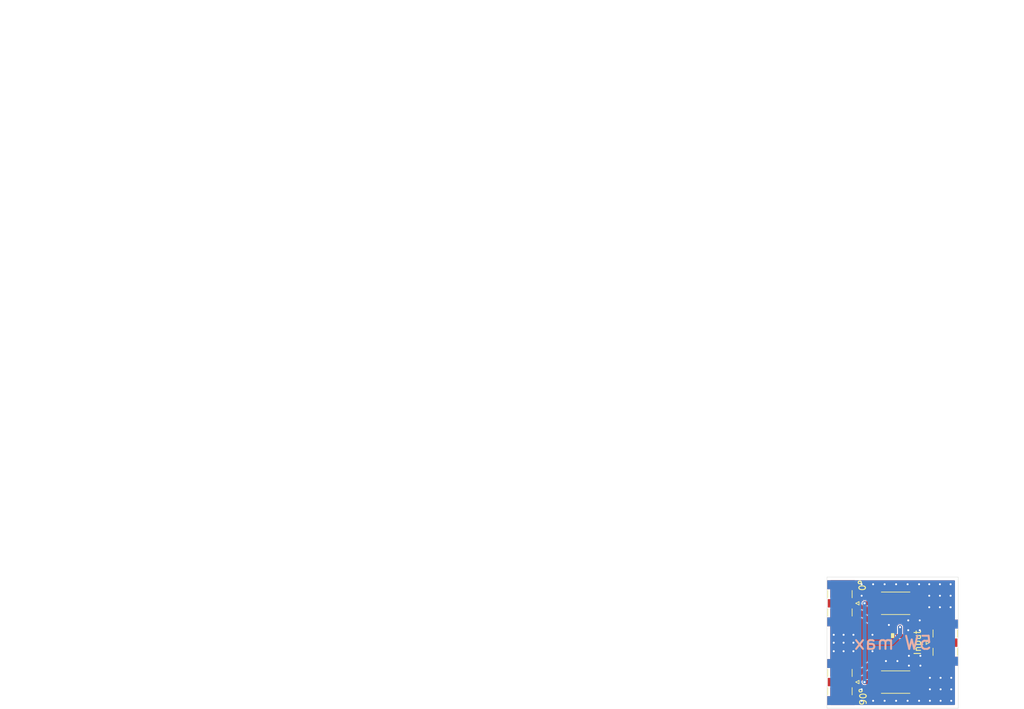
<source format=kicad_pcb>
(kicad_pcb (version 20240108) (generator "pcbnew") (generator_version "8.0")
  (layers (0 "F.Cu" signal) (31 "B.Cu" signal) (34 "B.Paste" user) (35 "F.Paste" user) (36 "B.SilkS" user "B.Silkscreen") (37 "F.SilkS" user "F.Silkscreen") (38 "B.Mask" user) (39 "F.Mask" user) (44 "Edge.Cuts" user))
  (net 0 "")
  (net 1 "GND")
  (net 2 "Net-(J0-In)")
  (net 3 "Net-(J90-In)")
  (net 4 "Net-(Ji1-In)")
  (net 5 "Net-(U1-50_OHM)")
  (footprint "Connector_Coaxial:SMA_Samtec_SMA-J-P-X-ST-EM1_EdgeMount" (layer "F.Cu") (at 128.0925 103.6 -90)
    (property "Reference" "90º" (at 2.26 -3.3975 90) (layer "F.SilkS"))
    (property "Value" "Conn_Coaxial_Small" (hide yes))
    (fp_line (start -1.95 2) (end -0.84 2) (stroke (width 0.12)) (layer "F.SilkS"))
    (fp_line (start 0.84 2) (end 1.95 2) (stroke (width 0.12)) (layer "F.SilkS"))
    (fp_line (start -1.95 -1.71) (end -0.84 -1.71) (stroke (width 0.12)) (layer "F.SilkS"))
    (fp_line (start 0.84 -1.71) (end 1.95 -1.71) (stroke (width 0.12)) (layer "F.SilkS"))
    (fp_line (start 0 -2.26) (end 0.25 -2.76) (stroke (width 0.12)) (layer "F.SilkS"))
    (fp_line (start -0.25 -2.76) (end 0 -2.26) (stroke (width 0.12)) (layer "F.SilkS"))
    (fp_line (start 0.25 -2.76) (end -0.25 -2.76) (stroke (width 0.12)) (layer "F.SilkS"))
    (pad "1" smd rect (at 0 0.2 270) (size 1.27 3.6) (layers "F.Cu" "F.Paste" "F.Mask") (net 3 "Net-(J90-In)"))
    (pad "2" smd rect (at -2.825 0 270) (size 1.35 4.2) (layers "F.Cu" "F.Paste" "F.Mask") (net 1 "GND"))
    (pad "2" smd rect (at -2.825 0 270) (size 1.35 4.2) (layers "B.Cu" "B.Paste" "B.Mask") (net 1 "GND"))
    (pad "2" smd rect (at 2.825 0 270) (size 1.35 4.2) (layers "F.Cu" "F.Paste" "F.Mask") (net 1 "GND"))
    (pad "2" smd rect (at 2.825 0 270) (size 1.35 4.2) (layers "B.Cu" "B.Paste" "B.Mask") (net 1 "GND"))
  )
  (footprint "Qcn3Antenna:QCN3" (layer "F.Cu") (at 136.97 97.6 90)
    (property "Reference" "U1" (hide yes))
    (property "Value" "QCN3" (hide yes))
    (fp_rect (start 0.75 -1.2) (end 1.4 -0.8) (stroke (width 0.1)) (fill solid) (layer "F.SilkS"))
    (pad "1" smd roundrect (at -0.98 0.05 90) (size 0.61 1.07) (layers "F.Cu" "F.Paste" "F.Mask") (roundrect_rratio 0.01) (net 4 "Net-(Ji1-In)"))
    (pad "2" smd roundrect (at 0.01 0.05 90) (size 0.61 1.07) (layers "F.Cu" "F.Paste" "F.Mask") (roundrect_rratio 0.01) (net 1 "GND"))
    (pad "3" smd roundrect (at 1 0.05 90) (size 0.61 1.07) (layers "F.Cu" "F.Paste" "F.Mask") (roundrect_rratio 0.01) (net 5 "Net-(U1-50_OHM)"))
    (pad "4" smd roundrect (at 0.98 -2 90) (size 0.61 1.07) (layers "F.Cu" "F.Paste" "F.Mask") (roundrect_rratio 0.01) (net 2 "Net-(J0-In)"))
    (pad "5" smd roundrect (at -0.01 -2 90) (size 0.61 1.07) (layers "F.Cu" "F.Paste" "F.Mask") (roundrect_rratio 0.01) (net 1 "GND"))
    (pad "6" smd roundrect (at -1 -2 90) (size 0.61 1.07) (layers "F.Cu" "F.Paste" "F.Mask") (roundrect_rratio 0.01) (net 3 "Net-(J90-In)"))
  )
  (footprint "Resistor_SMD:R_2512_6332Metric_Pad1.40x3.35mm_HandSolder" (layer "F.Cu") (at 136.43 103.6)
    (property "Reference" "R2" (hide yes))
    (property "Value" "100" (hide yes))
    (fp_line (start -2.177064 -1.71) (end 2.177064 -1.71) (stroke (width 0.12)) (layer "F.SilkS"))
    (fp_line (start -2.177064 1.71) (end 2.177064 1.71) (stroke (width 0.12)) (layer "F.SilkS"))
    (pad "1" smd roundrect (at -3.05 0) (size 1.4 3.35) (layers "F.Cu" "F.Paste" "F.Mask") (roundrect_rratio 0.178571) (net 5 "Net-(U1-50_OHM)"))
    (pad "2" smd roundrect (at 3.05 0) (size 1.4 3.35) (layers "F.Cu" "F.Paste" "F.Mask") (roundrect_rratio 0.178571) (net 1 "GND"))
  )
  (footprint "Connector_Coaxial:SMA_Samtec_SMA-J-P-X-ST-EM1_EdgeMount" (layer "F.Cu") (at 143.8375 97.6 90)
    (property "Reference" "Input" (at 0 -4.0675 -90) (layer "F.SilkS"))
    (property "Value" "Conn_Coaxial_Small" (hide yes))
    (fp_line (start 0.25 -2.76) (end -0.25 -2.76) (stroke (width 0.12)) (layer "F.SilkS"))
    (fp_line (start -0.25 -2.76) (end 0 -2.26) (stroke (width 0.12)) (layer "F.SilkS"))
    (fp_line (start 0 -2.26) (end 0.25 -2.76) (stroke (width 0.12)) (layer "F.SilkS"))
    (fp_line (start 0.84 -1.71) (end 1.95 -1.71) (stroke (width 0.12)) (layer "F.SilkS"))
    (fp_line (start -1.95 -1.71) (end -0.84 -1.71) (stroke (width 0.12)) (layer "F.SilkS"))
    (fp_line (start 0.84 2) (end 1.95 2) (stroke (width 0.12)) (layer "F.SilkS"))
    (fp_line (start -1.95 2) (end -0.84 2) (stroke (width 0.12)) (layer "F.SilkS"))
    (pad "1" smd rect (at 0 0.2 90) (size 1.27 3.6) (layers "F.Cu" "F.Paste" "F.Mask") (net 4 "Net-(Ji1-In)"))
    (pad "2" smd rect (at -2.825 0 90) (size 1.35 4.2) (layers "F.Cu" "F.Paste" "F.Mask") (net 1 "GND"))
    (pad "2" smd rect (at -2.825 0 90) (size 1.35 4.2) (layers "B.Cu" "B.Paste" "B.Mask") (net 1 "GND"))
    (pad "2" smd rect (at 2.825 0 90) (size 1.35 4.2) (layers "F.Cu" "F.Paste" "F.Mask") (net 1 "GND"))
    (pad "2" smd rect (at 2.825 0 90) (size 1.35 4.2) (layers "B.Cu" "B.Paste" "B.Mask") (net 1 "GND"))
  )
  (footprint "Connector_Coaxial:SMA_Samtec_SMA-J-P-X-ST-EM1_EdgeMount" (layer "F.Cu") (at 128.0925 91.6 -90)
    (property "Reference" "0º" (at -2.7 -3.2775 90) (layer "F.SilkS"))
    (property "Value" "Conn_Coaxial_Small" (hide yes))
    (fp_line (start -1.95 2) (end -0.84 2) (stroke (width 0.12)) (layer "F.SilkS"))
    (fp_line (start 0.84 2) (end 1.95 2) (stroke (width 0.12)) (layer "F.SilkS"))
    (fp_line (start -1.95 -1.71) (end -0.84 -1.71) (stroke (width 0.12)) (layer "F.SilkS"))
    (fp_line (start 0.84 -1.71) (end 1.95 -1.71) (stroke (width 0.12)) (layer "F.SilkS"))
    (fp_line (start 0 -2.26) (end 0.25 -2.76) (stroke (width 0.12)) (layer "F.SilkS"))
    (fp_line (start -0.25 -2.76) (end 0 -2.26) (stroke (width 0.12)) (layer "F.SilkS"))
    (fp_line (start 0.25 -2.76) (end -0.25 -2.76) (stroke (width 0.12)) (layer "F.SilkS"))
    (pad "1" smd rect (at 0 0.2 270) (size 1.27 3.6) (layers "F.Cu" "F.Paste" "F.Mask") (net 2 "Net-(J0-In)"))
    (pad "2" smd rect (at -2.825 0 270) (size 1.35 4.2) (layers "F.Cu" "F.Paste" "F.Mask") (net 1 "GND"))
    (pad "2" smd rect (at -2.825 0 270) (size 1.35 4.2) (layers "B.Cu" "B.Paste" "B.Mask") (net 1 "GND"))
    (pad "2" smd rect (at 2.825 0 270) (size 1.35 4.2) (layers "F.Cu" "F.Paste" "F.Mask") (net 1 "GND"))
    (pad "2" smd rect (at 2.825 0 270) (size 1.35 4.2) (layers "B.Cu" "B.Paste" "B.Mask") (net 1 "GND"))
  )
  (footprint "Resistor_SMD:R_2512_6332Metric_Pad1.40x3.35mm_HandSolder" (layer "F.Cu") (at 136.43 91.6)
    (property "Reference" "R1" (hide yes))
    (property "Value" "100" (hide yes))
    (fp_line (start -2.177064 -1.71) (end 2.177064 -1.71) (stroke (width 0.12)) (layer "F.SilkS"))
    (fp_line (start -2.177064 1.71) (end 2.177064 1.71) (stroke (width 0.12)) (layer "F.SilkS"))
    (pad "1" smd roundrect (at -3.05 0) (size 1.4 3.35) (layers "F.Cu" "F.Paste" "F.Mask") (roundrect_rratio 0.178571) (net 5 "Net-(U1-50_OHM)"))
    (pad "2" smd roundrect (at 3.05 0) (size 1.4 3.35) (layers "F.Cu" "F.Paste" "F.Mask") (roundrect_rratio 0.178571) (net 1 "GND"))
  )
  (gr_rect (start 125.97 87.6) (end 145.97 107.6) (stroke (width 0.05)) (fill none) (layer "Edge.Cuts"))
  (gr_text "5W max" (at 142.124763 98.8035 0) (layer "B.SilkS") (effects (font (size 2 2) (thickness 0.3)) (justify left bottom mirror)))
  (via (at 128.5 98.9) (size 0.6) (drill 0.3) (layers "F.Cu" "B.Cu") (net 1))
  (via (at 140.2 99.6) (size 0.6) (drill 0.3) (layers "F.Cu" "B.Cu") (net 1))
  (via (at 143.175 88.7) (size 0.6) (drill 0.3) (layers "F.Cu" "B.Cu") (net 1))
  (via (at 132.9 96.4) (size 0.6) (drill 0.3) (layers "F.Cu" "B.Cu") (net 1))
  (via (at 130 98.9) (size 0.6) (drill 0.3) (layers "F.Cu" "B.Cu") (net 1))
  (via (at 134.75 106.453137) (size 0.6) (drill 0.3) (layers "F.Cu" "B.Cu") (net 1))
  (via (at 127 98.9) (size 0.6) (drill 0.3) (layers "F.Cu" "B.Cu") (net 1))
  (via (at 138.45 101.1) (size 0.6) (drill 0.3) (layers "F.Cu" "B.Cu") (net 1))
  (via (at 141.65 104.703137) (size 0.6) (drill 0.3) (layers "F.Cu" "B.Cu") (net 1))
  (via (at 144.8 88.7) (size 0.6) (drill 0.3) (layers "F.Cu" "B.Cu") (net 1))
  (via (at 144.9 106.453137) (size 0.6) (drill 0.3) (layers "F.Cu" "B.Cu") (net 1))
  (via (at 138.35 94.203137) (size 0.6) (drill 0.3) (layers "F.Cu" "B.Cu") (net 1))
  (via (at 128.5 96.4) (size 0.6) (drill 0.3) (layers "F.Cu" "B.Cu") (net 1))
  (via (at 136.5 88.7) (size 0.6) (drill 0.3) (layers "F.Cu" "B.Cu") (net 1))
  (via (at 143.275 106.453137) (size 0.6) (drill 0.3) (layers "F.Cu" "B.Cu") (net 1))
  (via (at 130 97.603137) (size 0.6) (drill 0.3) (layers "F.Cu" "B.Cu") (net 1))
  (via (at 128.5 97.603137) (size 0.6) (drill 0.3) (layers "F.Cu" "B.Cu") (net 1))
  (via (at 140.1 94.203137) (size 0.6) (drill 0.3) (layers "F.Cu" "B.Cu") (net 1))
  (via (at 143.175 90.45) (size 0.6) (drill 0.3) (layers "F.Cu" "B.Cu") (net 1))
  (via (at 134.95 100.4) (size 0.6) (drill 0.3) (layers "F.Cu" "B.Cu") (net 1))
  (via (at 141.55 88.7) (size 0.6) (drill 0.3) (layers "F.Cu" "B.Cu") (net 1))
  (via (at 140.2 101.1) (size 0.6) (drill 0.3) (layers "F.Cu" "B.Cu") (net 1))
  (via (at 127 97.603137) (size 0.6) (drill 0.3) (layers "F.Cu" "B.Cu") (net 1))
  (via (at 138.35 95.7) (size 0.6) (drill 0.3) (layers "F.Cu" "B.Cu") (net 1))
  (via (at 144.9 104.703137) (size 0.6) (drill 0.3) (layers "F.Cu" "B.Cu") (net 1))
  (via (at 131.25 88.7) (size 0.6) (drill 0.3) (layers "F.Cu" "B.Cu") (net 1))
  (via (at 143.275 102.953137) (size 0.6) (drill 0.3) (layers "F.Cu" "B.Cu") (net 1))
  (via (at 130 96.4) (size 0.6) (drill 0.3) (layers "F.Cu" "B.Cu") (net 1))
  (via (at 138.25 106.453137) (size 0.6) (drill 0.3) (layers "F.Cu" "B.Cu") (net 1))
  (via (at 127 96.4) (size 0.6) (drill 0.3) (layers "F.Cu" "B.Cu") (net 1))
  (via (at 140.1 95.7) (size 0.6) (drill 0.3) (layers "F.Cu" "B.Cu") (net 1))
  (via (at 134.75 88.7) (size 0.6) (drill 0.3) (layers "F.Cu" "B.Cu") (net 1))
  (via (at 131.25 90.45) (size 0.6) (drill 0.3) (layers "F.Cu" "B.Cu") (net 1))
  (via (at 131.25 106.453137) (size 0.6) (drill 0.3) (layers "F.Cu" "B.Cu") (net 1))
  (via (at 138.25 88.7) (size 0.6) (drill 0.3) (layers "F.Cu" "B.Cu") (net 1))
  (via (at 132.9 98.9) (size 0.6) (drill 0.3) (layers "F.Cu" "B.Cu") (net 1))
  (via (at 143.275 104.703137) (size 0.6) (drill 0.3) (layers "F.Cu" "B.Cu") (net 1))
  (via (at 141.55 90.45) (size 0.6) (drill 0.3) (layers "F.Cu" "B.Cu") (net 1))
  (via (at 141.65 102.953137) (size 0.6) (drill 0.3) (layers "F.Cu" "B.Cu") (net 1))
  (via (at 144.9 102.953137) (size 0.6) (drill 0.3) (layers "F.Cu" "B.Cu") (net 1))
  (via (at 131.25 104.703137) (size 0.6) (drill 0.3) (layers "F.Cu" "B.Cu") (net 1))
  (via (at 138.45 99.6) (size 0.6) (drill 0.3) (layers "F.Cu" "B.Cu") (net 1))
  (via (at 140 88.7) (size 0.6) (drill 0.3) (layers "F.Cu" "B.Cu") (net 1))
  (via (at 141.65 106.453137) (size 0.6) (drill 0.3) (layers "F.Cu" "B.Cu") (net 1))
  (via (at 143.175 92.2) (size 0.6) (drill 0.3) (layers "F.Cu" "B.Cu") (net 1))
  (via (at 144.8 90.45) (size 0.6) (drill 0.3) (layers "F.Cu" "B.Cu") (net 1))
  (via (at 136.7 100.4) (size 0.6) (drill 0.3) (layers "F.Cu" "B.Cu") (net 1))
  (via (at 140 106.453137) (size 0.6) (drill 0.3) (layers "F.Cu" "B.Cu") (net 1))
  (via (at 141.55 92.2) (size 0.6) (drill 0.3) (layers "F.Cu" "B.Cu") (net 1))
  (via (at 135.4 94.9) (size 0.6) (drill 0.3) (layers "F.Cu" "B.Cu") (net 1))
  (via (at 133 88.7) (size 0.6) (drill 0.3) (layers "F.Cu" "B.Cu") (net 1))
  (via (at 136.5 106.453137) (size 0.6) (drill 0.3) (layers "F.Cu" "B.Cu") (net 1))
  (via (at 133 106.453137) (size 0.6) (drill 0.3) (layers "F.Cu" "B.Cu") (net 1))
  (via (at 144.8 92.2) (size 0.6) (drill 0.3) (layers "F.Cu" "B.Cu") (net 1))
  (segment (start 129.7 91.6) (end 127.8925 91.6) (width 0.7) (layer "F.Cu") (net 2))
  (segment (start 127.8725 91.71) (end 129.0375 91.71) (width 0.7) (layer "F.Cu") (net 2))
  (segment (start 134.7 96.6) (end 129.7 91.6) (width 0.7) (layer "F.Cu") (net 2))
  (segment (start 134.97 96.62) (end 134.72 96.62) (width 0.6322) (layer "F.Cu") (net 2))
  (segment (start 134.72 96.62) (end 134.7 96.6) (width 0.6322) (layer "F.Cu") (net 2))
  (segment (start 134.7 98.6) (end 129.7 103.6) (width 0.7) (layer "F.Cu") (net 3))
  (segment (start 129.7 103.6) (end 127.8925 103.6) (width 0.7) (layer "F.Cu") (net 3))
  (segment (start 134.97 98.6) (end 134.7 98.6) (width 0.6322) (layer "F.Cu") (net 3))
  (segment (start 138.32 98.58) (end 137.02 98.58) (width 0.6322) (layer "F.Cu") (net 4))
  (segment (start 144.0375 97.6) (end 139.3 97.6) (width 0.6322) (layer "F.Cu") (net 4))
  (segment (start 139.3 97.6) (end 138.32 98.58) (width 0.6322) (layer "F.Cu") (net 4))
  (segment (start 137.1 95.25) (end 137.1 96.52) (width 0.6322) (layer "F.Cu") (net 5))
  (segment (start 133.38 103.6) (end 131.7 103.6) (width 0.6322) (layer "F.Cu") (net 5))
  (segment (start 133.38 91.6) (end 131.7 91.6) (width 0.6322) (layer "F.Cu") (net 5))
  (segment (start 137.1 96.52) (end 137.02 96.6) (width 0.6322) (layer "F.Cu") (net 5))
  (via (at 131.7 91.6) (size 0.6) (drill 0.3) (layers "F.Cu" "B.Cu") (net 5))
  (via (at 131.7 103.6) (size 0.6) (drill 0.3) (layers "F.Cu" "B.Cu") (net 5))
  (via (at 137.1 95.25) (size 0.6) (drill 0.3) (layers "F.Cu" "B.Cu") (net 5))
  (segment (start 135.88 97.6) (end 131.7 97.6) (width 0.6322) (layer "B.Cu") (net 5))
  (segment (start 137.1 95.25) (end 137.1 96.4) (width 0.6322) (layer "B.Cu") (net 5))
  (segment (start 135.89 97.61) (end 135.88 97.6) (width 0.6322) (layer "B.Cu") (net 5))
  (segment (start 131.7 103.6) (end 131.7 97.6) (width 0.6322) (layer "B.Cu") (net 5))
  (segment (start 137.1 96.4) (end 135.89 97.61) (width 0.6322) (layer "B.Cu") (net 5))
  (segment (start 131.7 97.6) (end 131.7 91.6) (width 0.6322) (layer "B.Cu") (net 5))
  (zone (net 1) (net_name "GND") (layers "F&B.Cu") (connect_pads yes (clearance 0.15)) (min_thickness 0.25) (fill yes (thermal_gap 0.5) (thermal_bridge_width 0.5))
    (polygon (pts (xy 125.97 87.6) (xy 145.99 87.6) (xy 146.04 107.59) (xy 126.04 107.61) (xy 125.98 87.61)))
  )
)
</source>
